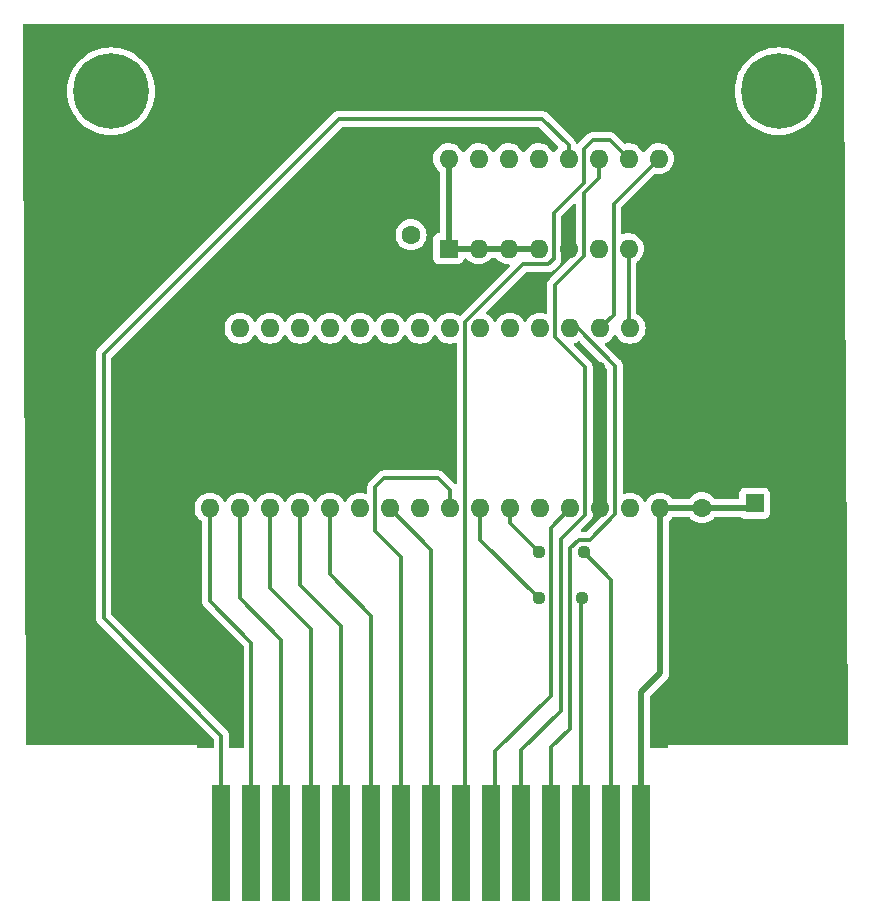
<source format=gbr>
%TF.GenerationSoftware,KiCad,Pcbnew,7.0.11-7.0.11~ubuntu22.04.1*%
%TF.CreationDate,2024-08-09T11:46:46-04:00*%
%TF.ProjectId,colecovision_standard_cart,636f6c65-636f-4766-9973-696f6e5f7374,rev?*%
%TF.SameCoordinates,Original*%
%TF.FileFunction,Copper,L1,Top*%
%TF.FilePolarity,Positive*%
%FSLAX46Y46*%
G04 Gerber Fmt 4.6, Leading zero omitted, Abs format (unit mm)*
G04 Created by KiCad (PCBNEW 7.0.11-7.0.11~ubuntu22.04.1) date 2024-08-09 11:46:46*
%MOMM*%
%LPD*%
G01*
G04 APERTURE LIST*
%TA.AperFunction,ComponentPad*%
%ADD10C,1.600000*%
%TD*%
%TA.AperFunction,ComponentPad*%
%ADD11C,6.400000*%
%TD*%
%TA.AperFunction,ComponentPad*%
%ADD12R,1.600000X1.600000*%
%TD*%
%TA.AperFunction,ComponentPad*%
%ADD13O,1.600000X1.600000*%
%TD*%
%TA.AperFunction,ConnectorPad*%
%ADD14R,1.524000X9.906000*%
%TD*%
%TA.AperFunction,ViaPad*%
%ADD15C,1.117600*%
%TD*%
%TA.AperFunction,Conductor*%
%ADD16C,0.508000*%
%TD*%
%TA.AperFunction,Conductor*%
%ADD17C,0.304800*%
%TD*%
G04 APERTURE END LIST*
D10*
%TO.P,C1,1*%
%TO.N,+5V*%
X160401000Y-96480000D03*
%TO.P,C1,2*%
%TO.N,GNDD*%
X160401000Y-91480000D03*
%TD*%
%TO.P,C2,1*%
%TO.N,+5V*%
X135763000Y-73366000D03*
%TO.P,C2,2*%
%TO.N,GNDD*%
X135763000Y-68366000D03*
%TD*%
D11*
%TO.P,H2,1*%
%TO.N,N/C*%
X166878000Y-61214000D03*
%TD*%
D12*
%TO.P,U1,1,I4*%
%TO.N,+5V*%
X138938000Y-74549000D03*
D13*
%TO.P,U1,2,I5*%
X141478000Y-74549000D03*
%TO.P,U1,3,I6*%
X144018000Y-74549000D03*
%TO.P,U1,4,I7*%
X146558000Y-74549000D03*
%TO.P,U1,5,EI*%
%TO.N,GNDD*%
X149098000Y-74549000D03*
%TO.P,U1,6,S2*%
%TO.N,unconnected-(U1-S2-Pad6)*%
X151638000Y-74549000D03*
%TO.P,U1,7,S1*%
%TO.N,Net-(U1-S1)*%
X154178000Y-74549000D03*
%TO.P,U1,8,GND*%
%TO.N,GNDD*%
X156718000Y-74549000D03*
%TO.P,U1,9,S0*%
%TO.N,Net-(U1-S0)*%
X156718000Y-66929000D03*
%TO.P,U1,10,IO*%
%TO.N,/~{CS_h8000}*%
X154178000Y-66929000D03*
%TO.P,U1,11,I1*%
%TO.N,/~{CS_hA000}*%
X151638000Y-66929000D03*
%TO.P,U1,12,I2*%
%TO.N,/~{CS_hC000}*%
X149098000Y-66929000D03*
%TO.P,U1,13,I3*%
%TO.N,/~{CS_hE000}*%
X146558000Y-66929000D03*
%TO.P,U1,14,GS*%
%TO.N,Net-(U1-GS)*%
X144018000Y-66929000D03*
%TO.P,U1,15,EO*%
%TO.N,unconnected-(U1-EO-Pad15)*%
X141478000Y-66929000D03*
%TO.P,U1,16,VCC*%
%TO.N,+5V*%
X138938000Y-66929000D03*
%TD*%
D12*
%TO.P,U2,1,NC*%
%TO.N,GNDD*%
X156845000Y-81280000D03*
D13*
%TO.P,U2,2,A16*%
%TO.N,Net-(U1-S1)*%
X154305000Y-81280000D03*
%TO.P,U2,3,A15*%
%TO.N,Net-(U1-S0)*%
X151765000Y-81280000D03*
%TO.P,U2,4,A12*%
%TO.N,/A12*%
X149225000Y-81280000D03*
%TO.P,U2,5,A7*%
%TO.N,/A7*%
X146685000Y-81280000D03*
%TO.P,U2,6,A6*%
%TO.N,/A6*%
X144145000Y-81280000D03*
%TO.P,U2,7,A5*%
%TO.N,/A5*%
X141605000Y-81280000D03*
%TO.P,U2,8,A4*%
%TO.N,/A4*%
X139065000Y-81280000D03*
%TO.P,U2,9,A3*%
%TO.N,/A3*%
X136525000Y-81280000D03*
%TO.P,U2,10,A2*%
%TO.N,/A2*%
X133985000Y-81280000D03*
%TO.P,U2,11,A1*%
%TO.N,/A1*%
X131445000Y-81280000D03*
%TO.P,U2,12,A0*%
%TO.N,/A0*%
X128905000Y-81280000D03*
%TO.P,U2,13,D0*%
%TO.N,/D0*%
X126365000Y-81280000D03*
%TO.P,U2,14,D1*%
%TO.N,/D1*%
X123825000Y-81280000D03*
%TO.P,U2,15,D2*%
%TO.N,/D2*%
X121285000Y-81280000D03*
%TO.P,U2,16,GND*%
%TO.N,GNDD*%
X118745000Y-81280000D03*
%TO.P,U2,17,D3*%
%TO.N,/D3*%
X118745000Y-96520000D03*
%TO.P,U2,18,D4*%
%TO.N,/D4*%
X121285000Y-96520000D03*
%TO.P,U2,19,D5*%
%TO.N,/D5*%
X123825000Y-96520000D03*
%TO.P,U2,20,D6*%
%TO.N,/D6*%
X126365000Y-96520000D03*
%TO.P,U2,21,D7*%
%TO.N,/D7*%
X128905000Y-96520000D03*
%TO.P,U2,22,CE*%
%TO.N,Net-(U1-GS)*%
X131445000Y-96520000D03*
%TO.P,U2,23,A10*%
%TO.N,/A10*%
X133985000Y-96520000D03*
%TO.P,U2,24,OE*%
%TO.N,Net-(U1-GS)*%
X136525000Y-96520000D03*
%TO.P,U2,25,A11*%
%TO.N,/A11*%
X139065000Y-96520000D03*
%TO.P,U2,26,A9*%
%TO.N,/A9*%
X141605000Y-96520000D03*
%TO.P,U2,27,A8*%
%TO.N,/A8*%
X144145000Y-96520000D03*
%TO.P,U2,28,A13*%
%TO.N,/A13*%
X146685000Y-96520000D03*
%TO.P,U2,29,A14*%
%TO.N,/A14*%
X149225000Y-96520000D03*
%TO.P,U2,30,NC*%
%TO.N,GNDD*%
X151765000Y-96520000D03*
%TO.P,U2,31,PGM*%
%TO.N,+5V*%
X154305000Y-96520000D03*
%TO.P,U2,32,VCC*%
X156845000Y-96520000D03*
%TD*%
D12*
%TO.P,C10,1*%
%TO.N,+5V*%
X164846000Y-96099000D03*
D10*
%TO.P,C10,2*%
%TO.N,GNDD*%
X164846000Y-93599000D03*
%TD*%
D14*
%TO.P,J1,2,Pin_2*%
%TO.N,/~{CS_hC000}*%
X119705000Y-124824000D03*
%TO.P,J1,4,Pin_4*%
%TO.N,/D3*%
X122245000Y-124824000D03*
%TO.P,J1,6,Pin_6*%
%TO.N,/D4*%
X124785000Y-124824000D03*
%TO.P,J1,8,Pin_8*%
%TO.N,/D5*%
X127325000Y-124824000D03*
%TO.P,J1,10,Pin_10*%
%TO.N,/D6*%
X129865000Y-124824000D03*
%TO.P,J1,12,Pin_12*%
%TO.N,/D7*%
X132405000Y-124824000D03*
%TO.P,J1,14,Pin_14*%
%TO.N,/A11*%
X134945000Y-124824000D03*
%TO.P,J1,16,Pin_16*%
%TO.N,/A10*%
X137485000Y-124824000D03*
%TO.P,J1,18,Pin_18*%
%TO.N,/~{CS_h8000}*%
X140025000Y-124824000D03*
%TO.P,J1,20,Pin_20*%
%TO.N,/A14*%
X142565000Y-124824000D03*
%TO.P,J1,22,Pin_22*%
%TO.N,/~{CS_hA000}*%
X145105000Y-124824000D03*
%TO.P,J1,24,Pin_24*%
%TO.N,/A12*%
X147645000Y-124824000D03*
%TO.P,J1,26,Pin_26*%
%TO.N,/A9*%
X150185000Y-124824000D03*
%TO.P,J1,28,Pin_28*%
%TO.N,/A8*%
X152725000Y-124824000D03*
%TO.P,J1,30,Pin_30*%
%TO.N,+5V*%
X155265000Y-124824000D03*
%TD*%
D11*
%TO.P,H1,1*%
%TO.N,N/C*%
X110363000Y-61214000D03*
%TD*%
D15*
%TO.N,GNDD*%
X151688800Y-84632800D03*
%TO.N,/A9*%
X150241000Y-104140000D03*
X146558000Y-104140000D03*
%TO.N,/A8*%
X146558000Y-100203000D03*
X150368000Y-100203000D03*
%TD*%
D16*
%TO.N,+5V*%
X160401000Y-96480000D02*
X164465000Y-96480000D01*
X156845000Y-110490000D02*
X156845000Y-96520000D01*
X156885000Y-96480000D02*
X156845000Y-96520000D01*
X155265000Y-124824000D02*
X155265000Y-112070000D01*
X155265000Y-112070000D02*
X156845000Y-110490000D01*
X138938000Y-74549000D02*
X146558000Y-74549000D01*
X138938000Y-74549000D02*
X138938000Y-66929000D01*
X164465000Y-96480000D02*
X164846000Y-96099000D01*
X160401000Y-96480000D02*
X156885000Y-96480000D01*
D17*
%TO.N,/~{CS_hC000}*%
X109728000Y-105791000D02*
X109728000Y-83464400D01*
X146862800Y-63550800D02*
X149098000Y-65786000D01*
X129641600Y-63550800D02*
X146862800Y-63550800D01*
X119705000Y-124824000D02*
X119705000Y-115768000D01*
X109728000Y-83464400D02*
X129641600Y-63550800D01*
X149098000Y-65786000D02*
X149098000Y-66929000D01*
X119705000Y-115768000D02*
X109728000Y-105791000D01*
%TO.N,/D3*%
X122245000Y-124824000D02*
X122245000Y-107894000D01*
X118745000Y-104394000D02*
X118745000Y-96520000D01*
X122245000Y-107894000D02*
X118745000Y-104394000D01*
%TO.N,/D4*%
X121285000Y-104140000D02*
X121285000Y-96520000D01*
X124785000Y-124824000D02*
X124785000Y-107640000D01*
X124785000Y-107640000D02*
X121285000Y-104140000D01*
%TO.N,/D5*%
X123825000Y-103251000D02*
X123825000Y-96520000D01*
X127325000Y-124824000D02*
X127325000Y-106751000D01*
X127325000Y-106751000D02*
X123825000Y-103251000D01*
%TO.N,/D6*%
X129865000Y-124824000D02*
X129865000Y-106497000D01*
X129865000Y-106497000D02*
X126365000Y-102997000D01*
X126365000Y-102997000D02*
X126365000Y-96520000D01*
%TO.N,/D7*%
X128905000Y-102108000D02*
X128905000Y-96520000D01*
X132405000Y-124824000D02*
X132405000Y-105608000D01*
X132405000Y-105608000D02*
X128905000Y-102108000D01*
%TO.N,/A11*%
X138049000Y-93980000D02*
X139065000Y-94996000D01*
X132727800Y-98422800D02*
X132727800Y-94729200D01*
X133477000Y-93980000D02*
X138049000Y-93980000D01*
X139065000Y-94996000D02*
X139065000Y-96520000D01*
X134945000Y-100640000D02*
X132727800Y-98422800D01*
X134945000Y-124824000D02*
X134945000Y-100640000D01*
X132727800Y-94729200D02*
X133477000Y-93980000D01*
%TO.N,/A10*%
X137485000Y-100020000D02*
X137485000Y-124824000D01*
X133985000Y-96520000D02*
X137485000Y-100020000D01*
%TO.N,/~{CS_h8000}*%
X150368000Y-66141600D02*
X151180800Y-65328800D01*
X140322200Y-80784850D02*
X145224650Y-75882400D01*
X140025000Y-124824000D02*
X140322200Y-124526800D01*
X151180800Y-65328800D02*
X152577800Y-65328800D01*
X147383600Y-75882400D02*
X147840800Y-75425200D01*
X147840800Y-71488200D02*
X150368000Y-68961000D01*
X150368000Y-68961000D02*
X150368000Y-66141600D01*
X145224650Y-75882400D02*
X147383600Y-75882400D01*
X140322200Y-124526800D02*
X140322200Y-80784850D01*
X152577800Y-65328800D02*
X154178000Y-66929000D01*
X147840800Y-75425200D02*
X147840800Y-71488200D01*
%TO.N,/A14*%
X142862200Y-124526800D02*
X142862200Y-117106800D01*
X142862200Y-117106800D02*
X147574000Y-112395000D01*
X147574000Y-112395000D02*
X147574000Y-98171000D01*
X142565000Y-124824000D02*
X142862200Y-124526800D01*
X147574000Y-98171000D02*
X149225000Y-96520000D01*
%TO.N,/~{CS_hA000}*%
X151638000Y-68553104D02*
X151638000Y-66929000D01*
X148437600Y-113690400D02*
X148437600Y-99110950D01*
X150482200Y-84569200D02*
X147955000Y-82042000D01*
X147955000Y-77597000D02*
X150380800Y-75171200D01*
X150482200Y-97066350D02*
X150482200Y-84569200D01*
X148437600Y-99110950D02*
X150482200Y-97066350D01*
X147955000Y-82042000D02*
X147955000Y-77597000D01*
X145105000Y-117023000D02*
X148437600Y-113690400D01*
X145105000Y-124824000D02*
X145105000Y-117023000D01*
X150380800Y-69810304D02*
X151638000Y-68553104D01*
X150380800Y-75171200D02*
X150380800Y-69810304D01*
%TO.N,/A12*%
X149225000Y-99909159D02*
X149947159Y-99187000D01*
X147645000Y-116769000D02*
X149225000Y-115189000D01*
X149860000Y-81280000D02*
X149225000Y-81280000D01*
X149225000Y-115189000D02*
X149225000Y-99909159D01*
X153047800Y-97040750D02*
X153047800Y-84467800D01*
X153047800Y-84467800D02*
X149860000Y-81280000D01*
X150901550Y-99187000D02*
X153047800Y-97040750D01*
X147645000Y-124824000D02*
X147645000Y-116769000D01*
X149947159Y-99187000D02*
X150901550Y-99187000D01*
%TO.N,/A9*%
X150185000Y-124824000D02*
X150185000Y-104196000D01*
X141605000Y-99187000D02*
X141605000Y-96520000D01*
X150185000Y-104196000D02*
X150241000Y-104140000D01*
X146558000Y-104140000D02*
X141605000Y-99187000D01*
%TO.N,/A8*%
X152725000Y-124824000D02*
X152725000Y-102560000D01*
X152725000Y-102560000D02*
X150368000Y-100203000D01*
X146558000Y-100203000D02*
X144145000Y-97790000D01*
X144145000Y-97790000D02*
X144145000Y-96520000D01*
%TO.N,Net-(U1-S1)*%
X154178000Y-81153000D02*
X154305000Y-81280000D01*
X154178000Y-74549000D02*
X154178000Y-81153000D01*
%TO.N,Net-(U1-S0)*%
X152920800Y-70726200D02*
X152920800Y-80124200D01*
X156718000Y-66929000D02*
X152920800Y-70726200D01*
X152920800Y-80124200D02*
X151765000Y-81280000D01*
%TD*%
%TA.AperFunction,Conductor*%
%TO.N,GNDD*%
G36*
X172392976Y-55519002D02*
G01*
X172439469Y-55572658D01*
X172450853Y-55624443D01*
X172537814Y-75320900D01*
X172719441Y-116459444D01*
X172699740Y-116527652D01*
X172646290Y-116574381D01*
X172593442Y-116586000D01*
X157480000Y-116586000D01*
X157480000Y-116714000D01*
X157459998Y-116782121D01*
X157406342Y-116828614D01*
X157354000Y-116840000D01*
X156153500Y-116840000D01*
X156085379Y-116819998D01*
X156038886Y-116766342D01*
X156027500Y-116714000D01*
X156027500Y-112438027D01*
X156047502Y-112369906D01*
X156064405Y-112348932D01*
X156677283Y-111736054D01*
X157338401Y-111074935D01*
X157352240Y-111062975D01*
X157371822Y-111048398D01*
X157404177Y-111009836D01*
X157411596Y-111001740D01*
X157415573Y-110997765D01*
X157435149Y-110973004D01*
X157437395Y-110970249D01*
X157486396Y-110911853D01*
X157486396Y-110911851D01*
X157486399Y-110911849D01*
X157490430Y-110905720D01*
X157490483Y-110905755D01*
X157494595Y-110899300D01*
X157494541Y-110899267D01*
X157498387Y-110893029D01*
X157498395Y-110893020D01*
X157530630Y-110823889D01*
X157532166Y-110820715D01*
X157566394Y-110752566D01*
X157566395Y-110752560D01*
X157566397Y-110752557D01*
X157568908Y-110745661D01*
X157568966Y-110745682D01*
X157571475Y-110738462D01*
X157571416Y-110738443D01*
X157573723Y-110731479D01*
X157573723Y-110731477D01*
X157573725Y-110731474D01*
X157589148Y-110656772D01*
X157589920Y-110653296D01*
X157607500Y-110579123D01*
X157607500Y-110579115D01*
X157608352Y-110571834D01*
X157608412Y-110571841D01*
X157609190Y-110564226D01*
X157609129Y-110564221D01*
X157609767Y-110556917D01*
X157609769Y-110556909D01*
X157607553Y-110480745D01*
X157607500Y-110477081D01*
X157607500Y-97649066D01*
X157627502Y-97580945D01*
X157661231Y-97545852D01*
X157689300Y-97526198D01*
X157851198Y-97364300D01*
X157898862Y-97296228D01*
X157954319Y-97251901D01*
X158002075Y-97242500D01*
X159271933Y-97242500D01*
X159340054Y-97262502D01*
X159375146Y-97296229D01*
X159394802Y-97324300D01*
X159556700Y-97486198D01*
X159744251Y-97617523D01*
X159951757Y-97714284D01*
X160172913Y-97773543D01*
X160401000Y-97793498D01*
X160629087Y-97773543D01*
X160850243Y-97714284D01*
X161057749Y-97617523D01*
X161245300Y-97486198D01*
X161407198Y-97324300D01*
X161426854Y-97296229D01*
X161482312Y-97251900D01*
X161530067Y-97242500D01*
X163614404Y-97242500D01*
X163682525Y-97262502D01*
X163689913Y-97267632D01*
X163799792Y-97349887D01*
X163799794Y-97349888D01*
X163799796Y-97349889D01*
X163858875Y-97371924D01*
X163936795Y-97400988D01*
X163936803Y-97400990D01*
X163997350Y-97407499D01*
X163997355Y-97407499D01*
X163997362Y-97407500D01*
X163997368Y-97407500D01*
X165694632Y-97407500D01*
X165694638Y-97407500D01*
X165694645Y-97407499D01*
X165694649Y-97407499D01*
X165755196Y-97400990D01*
X165755199Y-97400989D01*
X165755201Y-97400989D01*
X165892204Y-97349889D01*
X165926394Y-97324295D01*
X166009261Y-97262261D01*
X166096887Y-97145207D01*
X166096887Y-97145206D01*
X166096889Y-97145204D01*
X166147989Y-97008201D01*
X166152178Y-96969243D01*
X166154499Y-96947649D01*
X166154500Y-96947632D01*
X166154500Y-95250367D01*
X166154499Y-95250350D01*
X166147990Y-95189803D01*
X166147988Y-95189795D01*
X166118924Y-95111875D01*
X166096889Y-95052796D01*
X166096888Y-95052794D01*
X166096887Y-95052792D01*
X166009261Y-94935738D01*
X165892207Y-94848112D01*
X165892202Y-94848110D01*
X165755204Y-94797011D01*
X165755196Y-94797009D01*
X165694649Y-94790500D01*
X165694638Y-94790500D01*
X163997362Y-94790500D01*
X163997350Y-94790500D01*
X163936803Y-94797009D01*
X163936795Y-94797011D01*
X163799797Y-94848110D01*
X163799792Y-94848112D01*
X163682738Y-94935738D01*
X163595112Y-95052792D01*
X163595110Y-95052797D01*
X163544011Y-95189795D01*
X163544009Y-95189803D01*
X163537500Y-95250350D01*
X163537500Y-95591500D01*
X163517498Y-95659621D01*
X163463842Y-95706114D01*
X163411500Y-95717500D01*
X161530067Y-95717500D01*
X161461946Y-95697498D01*
X161426854Y-95663771D01*
X161419622Y-95653444D01*
X161407198Y-95635700D01*
X161245300Y-95473802D01*
X161174018Y-95423890D01*
X161057749Y-95342477D01*
X160850246Y-95245717D01*
X160850240Y-95245715D01*
X160703895Y-95206502D01*
X160629087Y-95186457D01*
X160401000Y-95166502D01*
X160172913Y-95186457D01*
X159951759Y-95245715D01*
X159951753Y-95245717D01*
X159744250Y-95342477D01*
X159556703Y-95473799D01*
X159556697Y-95473804D01*
X159394804Y-95635697D01*
X159394799Y-95635704D01*
X159375146Y-95663771D01*
X159319688Y-95708100D01*
X159271933Y-95717500D01*
X157945027Y-95717500D01*
X157876906Y-95697498D01*
X157855781Y-95678896D01*
X157855088Y-95679590D01*
X157811195Y-95635697D01*
X157689300Y-95513802D01*
X157501749Y-95382477D01*
X157294246Y-95285717D01*
X157294240Y-95285715D01*
X157200771Y-95260670D01*
X157073087Y-95226457D01*
X156845000Y-95206502D01*
X156616913Y-95226457D01*
X156395759Y-95285715D01*
X156395753Y-95285717D01*
X156188250Y-95382477D01*
X156000703Y-95513799D01*
X156000697Y-95513804D01*
X155838804Y-95675697D01*
X155838799Y-95675703D01*
X155707477Y-95863250D01*
X155689195Y-95902457D01*
X155642278Y-95955742D01*
X155574001Y-95975203D01*
X155506041Y-95954661D01*
X155460805Y-95902457D01*
X155458894Y-95898359D01*
X155442523Y-95863251D01*
X155311198Y-95675700D01*
X155149300Y-95513802D01*
X154961749Y-95382477D01*
X154754246Y-95285717D01*
X154754240Y-95285715D01*
X154660771Y-95260670D01*
X154533087Y-95226457D01*
X154305000Y-95206502D01*
X154076913Y-95226457D01*
X153867311Y-95282620D01*
X153796335Y-95280930D01*
X153737539Y-95241136D01*
X153709591Y-95175871D01*
X153708700Y-95160913D01*
X153708700Y-84491581D01*
X153708930Y-84483973D01*
X153709793Y-84469703D01*
X153712340Y-84427603D01*
X153702151Y-84372011D01*
X153701016Y-84364552D01*
X153694208Y-84308475D01*
X153691106Y-84300298D01*
X153684985Y-84278338D01*
X153683409Y-84269736D01*
X153660229Y-84218234D01*
X153657328Y-84211231D01*
X153637296Y-84158409D01*
X153632329Y-84151213D01*
X153621124Y-84131346D01*
X153617539Y-84123380D01*
X153617536Y-84123376D01*
X153582718Y-84078935D01*
X153578221Y-84072824D01*
X153546124Y-84026323D01*
X153503837Y-83988860D01*
X153498296Y-83983643D01*
X152215108Y-82700455D01*
X152181082Y-82638143D01*
X152186147Y-82567328D01*
X152228694Y-82510492D01*
X152250950Y-82497167D01*
X152421749Y-82417523D01*
X152609300Y-82286198D01*
X152771198Y-82124300D01*
X152902523Y-81936749D01*
X152920805Y-81897543D01*
X152967721Y-81844258D01*
X153035998Y-81824796D01*
X153103958Y-81845337D01*
X153149195Y-81897543D01*
X153167477Y-81936749D01*
X153298802Y-82124300D01*
X153460700Y-82286198D01*
X153648251Y-82417523D01*
X153855757Y-82514284D01*
X154076913Y-82573543D01*
X154305000Y-82593498D01*
X154533087Y-82573543D01*
X154754243Y-82514284D01*
X154961749Y-82417523D01*
X155149300Y-82286198D01*
X155311198Y-82124300D01*
X155442523Y-81936749D01*
X155539284Y-81729243D01*
X155598543Y-81508087D01*
X155618498Y-81280000D01*
X155598543Y-81051913D01*
X155539284Y-80830757D01*
X155442523Y-80623251D01*
X155311198Y-80435700D01*
X155149300Y-80273802D01*
X155149296Y-80273799D01*
X155149291Y-80273795D01*
X154961749Y-80142477D01*
X154961741Y-80142473D01*
X154911649Y-80119114D01*
X154858365Y-80072197D01*
X154838900Y-80004920D01*
X154838900Y-75749207D01*
X154858902Y-75681086D01*
X154892630Y-75645994D01*
X154938349Y-75613981D01*
X155022300Y-75555198D01*
X155184198Y-75393300D01*
X155315523Y-75205749D01*
X155412284Y-74998243D01*
X155471543Y-74777087D01*
X155491498Y-74549000D01*
X155471543Y-74320913D01*
X155412284Y-74099757D01*
X155315523Y-73892251D01*
X155184198Y-73704700D01*
X155022300Y-73542802D01*
X154834749Y-73411477D01*
X154627246Y-73314717D01*
X154627240Y-73314715D01*
X154460869Y-73270136D01*
X154406087Y-73255457D01*
X154178000Y-73235502D01*
X153949913Y-73255457D01*
X153740311Y-73311620D01*
X153669335Y-73309930D01*
X153610539Y-73270136D01*
X153582591Y-73204871D01*
X153581700Y-73189913D01*
X153581700Y-71052143D01*
X153601702Y-70984022D01*
X153618605Y-70963048D01*
X154534502Y-70047151D01*
X156335314Y-68246338D01*
X156397624Y-68212314D01*
X156457014Y-68213727D01*
X156489913Y-68222543D01*
X156718000Y-68242498D01*
X156946087Y-68222543D01*
X157167243Y-68163284D01*
X157374749Y-68066523D01*
X157562300Y-67935198D01*
X157724198Y-67773300D01*
X157855523Y-67585749D01*
X157952284Y-67378243D01*
X158011543Y-67157087D01*
X158031498Y-66929000D01*
X158011543Y-66700913D01*
X157952284Y-66479757D01*
X157855523Y-66272251D01*
X157724198Y-66084700D01*
X157562300Y-65922802D01*
X157490881Y-65872794D01*
X157374749Y-65791477D01*
X157167246Y-65694717D01*
X157167240Y-65694715D01*
X156972666Y-65642579D01*
X156946087Y-65635457D01*
X156718000Y-65615502D01*
X156489913Y-65635457D01*
X156268759Y-65694715D01*
X156268753Y-65694717D01*
X156061250Y-65791477D01*
X155873703Y-65922799D01*
X155873697Y-65922804D01*
X155711804Y-66084697D01*
X155711799Y-66084703D01*
X155580477Y-66272250D01*
X155562195Y-66311457D01*
X155515278Y-66364742D01*
X155447001Y-66384203D01*
X155379041Y-66363661D01*
X155333805Y-66311457D01*
X155331894Y-66307359D01*
X155315523Y-66272251D01*
X155184198Y-66084700D01*
X155022300Y-65922802D01*
X154950881Y-65872794D01*
X154834749Y-65791477D01*
X154627246Y-65694717D01*
X154627240Y-65694715D01*
X154432666Y-65642579D01*
X154406087Y-65635457D01*
X154178000Y-65615502D01*
X153949913Y-65635457D01*
X153949910Y-65635457D01*
X153949907Y-65635458D01*
X153949904Y-65635458D01*
X153917017Y-65644270D01*
X153846040Y-65642579D01*
X153795313Y-65611659D01*
X153061948Y-64878295D01*
X153056730Y-64872752D01*
X153033418Y-64846438D01*
X153019277Y-64830476D01*
X152972773Y-64798376D01*
X152966657Y-64793875D01*
X152922220Y-64759061D01*
X152914246Y-64755472D01*
X152894387Y-64744271D01*
X152887191Y-64739304D01*
X152887189Y-64739303D01*
X152834390Y-64719278D01*
X152827362Y-64716367D01*
X152775869Y-64693193D01*
X152775861Y-64693190D01*
X152770396Y-64692189D01*
X152767260Y-64691614D01*
X152745295Y-64685490D01*
X152737124Y-64682391D01*
X152681074Y-64675585D01*
X152673552Y-64674440D01*
X152617999Y-64664260D01*
X152617997Y-64664260D01*
X152565316Y-64667446D01*
X152561626Y-64667670D01*
X152554018Y-64667900D01*
X151204582Y-64667900D01*
X151196974Y-64667670D01*
X151194458Y-64667517D01*
X151140603Y-64664260D01*
X151140602Y-64664260D01*
X151140600Y-64664260D01*
X151140599Y-64664260D01*
X151085045Y-64674440D01*
X151077524Y-64675585D01*
X151021476Y-64682391D01*
X151013293Y-64685494D01*
X150991343Y-64691613D01*
X150982733Y-64693191D01*
X150931246Y-64716363D01*
X150924220Y-64719273D01*
X150871412Y-64739302D01*
X150871400Y-64739308D01*
X150864201Y-64744277D01*
X150844361Y-64755467D01*
X150836388Y-64759056D01*
X150836373Y-64759065D01*
X150791923Y-64793887D01*
X150785800Y-64798393D01*
X150739322Y-64830476D01*
X150701884Y-64872735D01*
X150696668Y-64878276D01*
X149941194Y-65633751D01*
X149878881Y-65667776D01*
X149808066Y-65662712D01*
X149751230Y-65620165D01*
X149738025Y-65594308D01*
X149736738Y-65594888D01*
X149710435Y-65536447D01*
X149707528Y-65529431D01*
X149687496Y-65476609D01*
X149682529Y-65469413D01*
X149671324Y-65449546D01*
X149667739Y-65441580D01*
X149667736Y-65441576D01*
X149632918Y-65397135D01*
X149628421Y-65391024D01*
X149596324Y-65344523D01*
X149554037Y-65307060D01*
X149548496Y-65301843D01*
X147346956Y-63100303D01*
X147341738Y-63094761D01*
X147320506Y-63070795D01*
X147304277Y-63052476D01*
X147257773Y-63020376D01*
X147251657Y-63015875D01*
X147207220Y-62981061D01*
X147199246Y-62977472D01*
X147179387Y-62966271D01*
X147172192Y-62961305D01*
X147172191Y-62961304D01*
X147172189Y-62961303D01*
X147119390Y-62941278D01*
X147112362Y-62938367D01*
X147060869Y-62915193D01*
X147060861Y-62915190D01*
X147055396Y-62914189D01*
X147052260Y-62913614D01*
X147030295Y-62907490D01*
X147022124Y-62904391D01*
X146966074Y-62897585D01*
X146958552Y-62896440D01*
X146902999Y-62886260D01*
X146902997Y-62886260D01*
X146850316Y-62889446D01*
X146846626Y-62889670D01*
X146839018Y-62889900D01*
X129665382Y-62889900D01*
X129657774Y-62889670D01*
X129655258Y-62889517D01*
X129601403Y-62886260D01*
X129601402Y-62886260D01*
X129601400Y-62886260D01*
X129601399Y-62886260D01*
X129545845Y-62896440D01*
X129538324Y-62897585D01*
X129482276Y-62904391D01*
X129474093Y-62907494D01*
X129452143Y-62913613D01*
X129443533Y-62915191D01*
X129392046Y-62938363D01*
X129385020Y-62941273D01*
X129332212Y-62961302D01*
X129332207Y-62961305D01*
X129325006Y-62966275D01*
X129305156Y-62977470D01*
X129297184Y-62981058D01*
X129297180Y-62981060D01*
X129297180Y-62981061D01*
X129252743Y-63015875D01*
X129252735Y-63015881D01*
X129246608Y-63020389D01*
X129200121Y-63052477D01*
X129162660Y-63094761D01*
X129157444Y-63100301D01*
X109277501Y-82980244D01*
X109271961Y-82985460D01*
X109229677Y-83022921D01*
X109197589Y-83069408D01*
X109193081Y-83075535D01*
X109158258Y-83119984D01*
X109154670Y-83127956D01*
X109143475Y-83147806D01*
X109138505Y-83155007D01*
X109138502Y-83155012D01*
X109118473Y-83207820D01*
X109115563Y-83214846D01*
X109092391Y-83266333D01*
X109090813Y-83274943D01*
X109084694Y-83296893D01*
X109081591Y-83305076D01*
X109074785Y-83361124D01*
X109073640Y-83368645D01*
X109063460Y-83424199D01*
X109063460Y-83424200D01*
X109066870Y-83480573D01*
X109067100Y-83488181D01*
X109067100Y-105767217D01*
X109066870Y-105774825D01*
X109063460Y-105831197D01*
X109073640Y-105886752D01*
X109074785Y-105894274D01*
X109081591Y-105950324D01*
X109084690Y-105958495D01*
X109090815Y-105980463D01*
X109092390Y-105989061D01*
X109092393Y-105989069D01*
X109115567Y-106040562D01*
X109118478Y-106047590D01*
X109138503Y-106100389D01*
X109138503Y-106100390D01*
X109143471Y-106107587D01*
X109154672Y-106127446D01*
X109158261Y-106135420D01*
X109193075Y-106179857D01*
X109197576Y-106185973D01*
X109229676Y-106232477D01*
X109271526Y-106269553D01*
X109271961Y-106269938D01*
X109277503Y-106275156D01*
X119007195Y-116004848D01*
X119041221Y-116067160D01*
X119044100Y-116093943D01*
X119044100Y-116714000D01*
X119024098Y-116782121D01*
X118970442Y-116828614D01*
X118918100Y-116840000D01*
X117728000Y-116840000D01*
X117659879Y-116819998D01*
X117613386Y-116766342D01*
X117602000Y-116714000D01*
X117602000Y-116586000D01*
X103249445Y-116586000D01*
X103181324Y-116565998D01*
X103134831Y-116512342D01*
X103123446Y-116460556D01*
X103123322Y-116432556D01*
X102879532Y-61214006D01*
X106649411Y-61214006D01*
X106669752Y-61602167D01*
X106730561Y-61986097D01*
X106831168Y-62361568D01*
X106970463Y-62724443D01*
X106970467Y-62724451D01*
X107146938Y-63070795D01*
X107358637Y-63396785D01*
X107358649Y-63396802D01*
X107603253Y-63698862D01*
X107603267Y-63698877D01*
X107878122Y-63973732D01*
X107878137Y-63973746D01*
X108180197Y-64218350D01*
X108180214Y-64218362D01*
X108364185Y-64337833D01*
X108506205Y-64430062D01*
X108852547Y-64606532D01*
X108852551Y-64606533D01*
X108852556Y-64606536D01*
X109215431Y-64745831D01*
X109215436Y-64745832D01*
X109215438Y-64745833D01*
X109590901Y-64846438D01*
X109974824Y-64907246D01*
X109974826Y-64907246D01*
X109974832Y-64907247D01*
X110362994Y-64927589D01*
X110363000Y-64927589D01*
X110363006Y-64927589D01*
X110751167Y-64907247D01*
X110751171Y-64907246D01*
X110751176Y-64907246D01*
X111135099Y-64846438D01*
X111510562Y-64745833D01*
X111510565Y-64745831D01*
X111510568Y-64745831D01*
X111873443Y-64606536D01*
X111873444Y-64606535D01*
X111873453Y-64606532D01*
X112219795Y-64430062D01*
X112545793Y-64218357D01*
X112545802Y-64218350D01*
X112847862Y-63973746D01*
X112847867Y-63973740D01*
X112847876Y-63973734D01*
X113122734Y-63698876D01*
X113122740Y-63698867D01*
X113122746Y-63698862D01*
X113367350Y-63396802D01*
X113367351Y-63396799D01*
X113367357Y-63396793D01*
X113579062Y-63070795D01*
X113755532Y-62724453D01*
X113894833Y-62361562D01*
X113995438Y-61986099D01*
X114056246Y-61602176D01*
X114056246Y-61602171D01*
X114056247Y-61602167D01*
X114076589Y-61214006D01*
X163164411Y-61214006D01*
X163184752Y-61602167D01*
X163245561Y-61986097D01*
X163346168Y-62361568D01*
X163485463Y-62724443D01*
X163485467Y-62724451D01*
X163661938Y-63070795D01*
X163873637Y-63396785D01*
X163873649Y-63396802D01*
X164118253Y-63698862D01*
X164118267Y-63698877D01*
X164393122Y-63973732D01*
X164393137Y-63973746D01*
X164695197Y-64218350D01*
X164695214Y-64218362D01*
X164879185Y-64337833D01*
X165021205Y-64430062D01*
X165367547Y-64606532D01*
X165367551Y-64606533D01*
X165367556Y-64606536D01*
X165730431Y-64745831D01*
X165730436Y-64745832D01*
X165730438Y-64745833D01*
X166105901Y-64846438D01*
X166489824Y-64907246D01*
X166489826Y-64907246D01*
X166489832Y-64907247D01*
X166877994Y-64927589D01*
X166878000Y-64927589D01*
X166878006Y-64927589D01*
X167266167Y-64907247D01*
X167266171Y-64907246D01*
X167266176Y-64907246D01*
X167650099Y-64846438D01*
X168025562Y-64745833D01*
X168025565Y-64745831D01*
X168025568Y-64745831D01*
X168388443Y-64606536D01*
X168388444Y-64606535D01*
X168388453Y-64606532D01*
X168734795Y-64430062D01*
X169060793Y-64218357D01*
X169060802Y-64218350D01*
X169362862Y-63973746D01*
X169362867Y-63973740D01*
X169362876Y-63973734D01*
X169637734Y-63698876D01*
X169637740Y-63698867D01*
X169637746Y-63698862D01*
X169882350Y-63396802D01*
X169882351Y-63396799D01*
X169882357Y-63396793D01*
X170094062Y-63070795D01*
X170270532Y-62724453D01*
X170409833Y-62361562D01*
X170510438Y-61986099D01*
X170571246Y-61602176D01*
X170571246Y-61602171D01*
X170571247Y-61602167D01*
X170591589Y-61214006D01*
X170591589Y-61213993D01*
X170571247Y-60825832D01*
X170510438Y-60441902D01*
X170409831Y-60066431D01*
X170270536Y-59703556D01*
X170270532Y-59703548D01*
X170270532Y-59703547D01*
X170094062Y-59357206D01*
X169882357Y-59031207D01*
X169882354Y-59031203D01*
X169882352Y-59031200D01*
X169637746Y-58729137D01*
X169637732Y-58729122D01*
X169362877Y-58454267D01*
X169362862Y-58454253D01*
X169060802Y-58209649D01*
X169060785Y-58209637D01*
X168734795Y-57997938D01*
X168388451Y-57821467D01*
X168388443Y-57821463D01*
X168025568Y-57682168D01*
X167650097Y-57581561D01*
X167266167Y-57520752D01*
X166878006Y-57500411D01*
X166877994Y-57500411D01*
X166489832Y-57520752D01*
X166105902Y-57581561D01*
X165730431Y-57682168D01*
X165367556Y-57821463D01*
X165367548Y-57821467D01*
X165021205Y-57997938D01*
X164695203Y-58209645D01*
X164695200Y-58209647D01*
X164393137Y-58454253D01*
X164393122Y-58454267D01*
X164118267Y-58729122D01*
X164118253Y-58729137D01*
X163873647Y-59031200D01*
X163873645Y-59031203D01*
X163661938Y-59357205D01*
X163485467Y-59703548D01*
X163485463Y-59703556D01*
X163346168Y-60066431D01*
X163245561Y-60441902D01*
X163184752Y-60825832D01*
X163164411Y-61213993D01*
X163164411Y-61214006D01*
X114076589Y-61214006D01*
X114076589Y-61213993D01*
X114056247Y-60825832D01*
X113995438Y-60441902D01*
X113894831Y-60066431D01*
X113755536Y-59703556D01*
X113755532Y-59703548D01*
X113755532Y-59703547D01*
X113579062Y-59357206D01*
X113367357Y-59031207D01*
X113367354Y-59031203D01*
X113367352Y-59031200D01*
X113122746Y-58729137D01*
X113122732Y-58729122D01*
X112847877Y-58454267D01*
X112847862Y-58454253D01*
X112545802Y-58209649D01*
X112545785Y-58209637D01*
X112219795Y-57997938D01*
X111873451Y-57821467D01*
X111873443Y-57821463D01*
X111510568Y-57682168D01*
X111135097Y-57581561D01*
X110751167Y-57520752D01*
X110363006Y-57500411D01*
X110362994Y-57500411D01*
X109974832Y-57520752D01*
X109590902Y-57581561D01*
X109215431Y-57682168D01*
X108852556Y-57821463D01*
X108852548Y-57821467D01*
X108506205Y-57997938D01*
X108180203Y-58209645D01*
X108180200Y-58209647D01*
X107878137Y-58454253D01*
X107878122Y-58454267D01*
X107603267Y-58729122D01*
X107603253Y-58729137D01*
X107358647Y-59031200D01*
X107358645Y-59031203D01*
X107146938Y-59357205D01*
X106970467Y-59703548D01*
X106970463Y-59703556D01*
X106831168Y-60066431D01*
X106730561Y-60441902D01*
X106669752Y-60825832D01*
X106649411Y-61213993D01*
X106649411Y-61214006D01*
X102879532Y-61214006D01*
X102870501Y-59168522D01*
X102870500Y-59167966D01*
X102870500Y-55625000D01*
X102890502Y-55556879D01*
X102944158Y-55510386D01*
X102996500Y-55499000D01*
X172324855Y-55499000D01*
X172392976Y-55519002D01*
G37*
%TD.AperFunction*%
%TA.AperFunction,Conductor*%
G36*
X146604978Y-64231702D02*
G01*
X146625952Y-64248605D01*
X148187829Y-65810482D01*
X148221855Y-65872794D01*
X148216790Y-65943609D01*
X148187830Y-65988672D01*
X148091799Y-66084703D01*
X147960477Y-66272250D01*
X147942195Y-66311457D01*
X147895278Y-66364742D01*
X147827001Y-66384203D01*
X147759041Y-66363661D01*
X147713805Y-66311457D01*
X147711894Y-66307359D01*
X147695523Y-66272251D01*
X147564198Y-66084700D01*
X147402300Y-65922802D01*
X147330881Y-65872794D01*
X147214749Y-65791477D01*
X147007246Y-65694717D01*
X147007240Y-65694715D01*
X146812666Y-65642579D01*
X146786087Y-65635457D01*
X146558000Y-65615502D01*
X146329913Y-65635457D01*
X146108759Y-65694715D01*
X146108753Y-65694717D01*
X145901250Y-65791477D01*
X145713703Y-65922799D01*
X145713697Y-65922804D01*
X145551804Y-66084697D01*
X145551799Y-66084703D01*
X145420477Y-66272250D01*
X145402195Y-66311457D01*
X145355278Y-66364742D01*
X145287001Y-66384203D01*
X145219041Y-66363661D01*
X145173805Y-66311457D01*
X145171894Y-66307359D01*
X145155523Y-66272251D01*
X145024198Y-66084700D01*
X144862300Y-65922802D01*
X144790881Y-65872794D01*
X144674749Y-65791477D01*
X144467246Y-65694717D01*
X144467240Y-65694715D01*
X144272666Y-65642579D01*
X144246087Y-65635457D01*
X144018000Y-65615502D01*
X143789913Y-65635457D01*
X143568759Y-65694715D01*
X143568753Y-65694717D01*
X143361250Y-65791477D01*
X143173703Y-65922799D01*
X143173697Y-65922804D01*
X143011804Y-66084697D01*
X143011799Y-66084703D01*
X142880477Y-66272250D01*
X142862195Y-66311457D01*
X142815278Y-66364742D01*
X142747001Y-66384203D01*
X142679041Y-66363661D01*
X142633805Y-66311457D01*
X142631894Y-66307359D01*
X142615523Y-66272251D01*
X142484198Y-66084700D01*
X142322300Y-65922802D01*
X142250881Y-65872794D01*
X142134749Y-65791477D01*
X141927246Y-65694717D01*
X141927240Y-65694715D01*
X141732666Y-65642579D01*
X141706087Y-65635457D01*
X141478000Y-65615502D01*
X141249913Y-65635457D01*
X141028759Y-65694715D01*
X141028753Y-65694717D01*
X140821250Y-65791477D01*
X140633703Y-65922799D01*
X140633697Y-65922804D01*
X140471804Y-66084697D01*
X140471799Y-66084703D01*
X140340477Y-66272250D01*
X140322195Y-66311457D01*
X140275278Y-66364742D01*
X140207001Y-66384203D01*
X140139041Y-66363661D01*
X140093805Y-66311457D01*
X140091894Y-66307359D01*
X140075523Y-66272251D01*
X139944198Y-66084700D01*
X139782300Y-65922802D01*
X139710881Y-65872794D01*
X139594749Y-65791477D01*
X139387246Y-65694717D01*
X139387240Y-65694715D01*
X139192666Y-65642579D01*
X139166087Y-65635457D01*
X138938000Y-65615502D01*
X138709913Y-65635457D01*
X138488759Y-65694715D01*
X138488753Y-65694717D01*
X138281250Y-65791477D01*
X138093703Y-65922799D01*
X138093697Y-65922804D01*
X137931804Y-66084697D01*
X137931799Y-66084703D01*
X137800477Y-66272250D01*
X137703717Y-66479753D01*
X137703715Y-66479759D01*
X137644457Y-66700913D01*
X137624502Y-66929000D01*
X137644457Y-67157086D01*
X137703715Y-67378240D01*
X137703717Y-67378246D01*
X137800477Y-67585749D01*
X137931799Y-67773296D01*
X137931804Y-67773302D01*
X138093697Y-67935195D01*
X138093705Y-67935202D01*
X138121769Y-67954852D01*
X138166099Y-68010308D01*
X138175500Y-68058066D01*
X138175500Y-73118059D01*
X138155498Y-73186180D01*
X138101842Y-73232673D01*
X138062968Y-73243337D01*
X138028803Y-73247009D01*
X138028795Y-73247011D01*
X137891797Y-73298110D01*
X137891792Y-73298112D01*
X137774738Y-73385738D01*
X137687112Y-73502792D01*
X137687110Y-73502797D01*
X137636011Y-73639795D01*
X137636009Y-73639803D01*
X137629500Y-73700350D01*
X137629500Y-75397649D01*
X137636009Y-75458196D01*
X137636011Y-75458204D01*
X137687110Y-75595202D01*
X137687112Y-75595207D01*
X137774738Y-75712261D01*
X137891792Y-75799887D01*
X137891794Y-75799888D01*
X137891796Y-75799889D01*
X137946254Y-75820201D01*
X138028795Y-75850988D01*
X138028803Y-75850990D01*
X138089350Y-75857499D01*
X138089355Y-75857499D01*
X138089362Y-75857500D01*
X138089368Y-75857500D01*
X139786632Y-75857500D01*
X139786638Y-75857500D01*
X139786645Y-75857499D01*
X139786649Y-75857499D01*
X139847196Y-75850990D01*
X139847199Y-75850989D01*
X139847201Y-75850989D01*
X139984204Y-75799889D01*
X140006389Y-75783282D01*
X140101261Y-75712261D01*
X140188887Y-75595207D01*
X140188887Y-75595206D01*
X140188889Y-75595204D01*
X140239989Y-75458201D01*
X140240998Y-75448808D01*
X140268163Y-75383215D01*
X140326478Y-75342721D01*
X140397429Y-75340182D01*
X140458490Y-75376405D01*
X140469487Y-75389995D01*
X140471796Y-75393292D01*
X140471802Y-75393300D01*
X140633700Y-75555198D01*
X140821251Y-75686523D01*
X141028757Y-75783284D01*
X141249913Y-75842543D01*
X141478000Y-75862498D01*
X141706087Y-75842543D01*
X141927243Y-75783284D01*
X142134749Y-75686523D01*
X142322300Y-75555198D01*
X142484198Y-75393300D01*
X142503854Y-75365229D01*
X142559312Y-75320900D01*
X142607067Y-75311500D01*
X142888933Y-75311500D01*
X142957054Y-75331502D01*
X142992146Y-75365229D01*
X143011802Y-75393300D01*
X143173700Y-75555198D01*
X143361251Y-75686523D01*
X143568757Y-75783284D01*
X143789913Y-75842543D01*
X144017238Y-75862431D01*
X144083354Y-75888293D01*
X144124993Y-75945797D01*
X144128934Y-76016684D01*
X144095349Y-76077046D01*
X139977763Y-80194632D01*
X139915451Y-80228658D01*
X139844636Y-80223593D01*
X139816398Y-80208751D01*
X139785088Y-80186828D01*
X139721749Y-80142477D01*
X139721746Y-80142476D01*
X139721744Y-80142474D01*
X139514246Y-80045717D01*
X139514240Y-80045715D01*
X139420771Y-80020670D01*
X139293087Y-79986457D01*
X139065000Y-79966502D01*
X138836913Y-79986457D01*
X138615759Y-80045715D01*
X138615753Y-80045717D01*
X138408250Y-80142477D01*
X138220703Y-80273799D01*
X138220697Y-80273804D01*
X138058804Y-80435697D01*
X138058799Y-80435703D01*
X137927477Y-80623250D01*
X137909195Y-80662457D01*
X137862278Y-80715742D01*
X137794001Y-80735203D01*
X137726041Y-80714661D01*
X137680805Y-80662457D01*
X137678894Y-80658359D01*
X137662523Y-80623251D01*
X137531198Y-80435700D01*
X137369300Y-80273802D01*
X137363003Y-80269393D01*
X137181749Y-80142477D01*
X136974246Y-80045717D01*
X136974240Y-80045715D01*
X136880771Y-80020670D01*
X136753087Y-79986457D01*
X136525000Y-79966502D01*
X136296913Y-79986457D01*
X136075759Y-80045715D01*
X136075753Y-80045717D01*
X135868250Y-80142477D01*
X135680703Y-80273799D01*
X135680697Y-80273804D01*
X135518804Y-80435697D01*
X135518799Y-80435703D01*
X135387477Y-80623250D01*
X135369195Y-80662457D01*
X135322278Y-80715742D01*
X135254001Y-80735203D01*
X135186041Y-80714661D01*
X135140805Y-80662457D01*
X135138894Y-80658359D01*
X135122523Y-80623251D01*
X134991198Y-80435700D01*
X134829300Y-80273802D01*
X134823003Y-80269393D01*
X134641749Y-80142477D01*
X134434246Y-80045717D01*
X134434240Y-80045715D01*
X134340771Y-80020670D01*
X134213087Y-79986457D01*
X133985000Y-79966502D01*
X133756913Y-79986457D01*
X133535759Y-80045715D01*
X133535753Y-80045717D01*
X133328250Y-80142477D01*
X133140703Y-80273799D01*
X133140697Y-80273804D01*
X132978804Y-80435697D01*
X132978799Y-80435703D01*
X132847477Y-80623250D01*
X132829195Y-80662457D01*
X132782278Y-80715742D01*
X132714001Y-80735203D01*
X132646041Y-80714661D01*
X132600805Y-80662457D01*
X132598894Y-80658359D01*
X132582523Y-80623251D01*
X132451198Y-80435700D01*
X132289300Y-80273802D01*
X132283003Y-80269393D01*
X132101749Y-80142477D01*
X131894246Y-80045717D01*
X131894240Y-80045715D01*
X131800771Y-80020670D01*
X131673087Y-79986457D01*
X131445000Y-79966502D01*
X131216913Y-79986457D01*
X130995759Y-80045715D01*
X130995753Y-80045717D01*
X130788250Y-80142477D01*
X130600703Y-80273799D01*
X130600697Y-80273804D01*
X130438804Y-80435697D01*
X130438799Y-80435703D01*
X130307477Y-80623250D01*
X130289195Y-80662457D01*
X130242278Y-80715742D01*
X130174001Y-80735203D01*
X130106041Y-80714661D01*
X130060805Y-80662457D01*
X130058894Y-80658359D01*
X130042523Y-80623251D01*
X129911198Y-80435700D01*
X129749300Y-80273802D01*
X129743003Y-80269393D01*
X129561749Y-80142477D01*
X129354246Y-80045717D01*
X129354240Y-80045715D01*
X129260771Y-80020670D01*
X129133087Y-79986457D01*
X128905000Y-79966502D01*
X128676913Y-79986457D01*
X128455759Y-80045715D01*
X128455753Y-80045717D01*
X128248250Y-80142477D01*
X128060703Y-80273799D01*
X128060697Y-80273804D01*
X127898804Y-80435697D01*
X127898799Y-80435703D01*
X127767477Y-80623250D01*
X127749195Y-80662457D01*
X127702278Y-80715742D01*
X127634001Y-80735203D01*
X127566041Y-80714661D01*
X127520805Y-80662457D01*
X127518894Y-80658359D01*
X127502523Y-80623251D01*
X127371198Y-80435700D01*
X127209300Y-80273802D01*
X127203003Y-80269393D01*
X127021749Y-80142477D01*
X126814246Y-80045717D01*
X126814240Y-80045715D01*
X126720771Y-80020670D01*
X126593087Y-79986457D01*
X126365000Y-79966502D01*
X126136913Y-79986457D01*
X125915759Y-80045715D01*
X125915753Y-80045717D01*
X125708250Y-80142477D01*
X125520703Y-80273799D01*
X125520697Y-80273804D01*
X125358804Y-80435697D01*
X125358799Y-80435703D01*
X125227477Y-80623250D01*
X125209195Y-80662457D01*
X125162278Y-80715742D01*
X125094001Y-80735203D01*
X125026041Y-80714661D01*
X124980805Y-80662457D01*
X124978894Y-80658359D01*
X124962523Y-80623251D01*
X124831198Y-80435700D01*
X124669300Y-80273802D01*
X124663003Y-80269393D01*
X124481749Y-80142477D01*
X124274246Y-80045717D01*
X124274240Y-80045715D01*
X124180771Y-80020670D01*
X124053087Y-79986457D01*
X123825000Y-79966502D01*
X123596913Y-79986457D01*
X123375759Y-80045715D01*
X123375753Y-80045717D01*
X123168250Y-80142477D01*
X122980703Y-80273799D01*
X122980697Y-80273804D01*
X122818804Y-80435697D01*
X122818799Y-80435703D01*
X122687477Y-80623250D01*
X122669195Y-80662457D01*
X122622278Y-80715742D01*
X122554001Y-80735203D01*
X122486041Y-80714661D01*
X122440805Y-80662457D01*
X122438894Y-80658359D01*
X122422523Y-80623251D01*
X122291198Y-80435700D01*
X122129300Y-80273802D01*
X122123003Y-80269393D01*
X121941749Y-80142477D01*
X121734246Y-80045717D01*
X121734240Y-80045715D01*
X121640771Y-80020670D01*
X121513087Y-79986457D01*
X121285000Y-79966502D01*
X121056913Y-79986457D01*
X120835759Y-80045715D01*
X120835753Y-80045717D01*
X120628250Y-80142477D01*
X120440703Y-80273799D01*
X120440697Y-80273804D01*
X120278804Y-80435697D01*
X120278799Y-80435703D01*
X120147477Y-80623250D01*
X120050717Y-80830753D01*
X120050716Y-80830757D01*
X119991457Y-81051913D01*
X119971502Y-81280000D01*
X119991457Y-81508087D01*
X120050716Y-81729243D01*
X120147477Y-81936749D01*
X120278802Y-82124300D01*
X120440700Y-82286198D01*
X120628251Y-82417523D01*
X120835757Y-82514284D01*
X121056913Y-82573543D01*
X121285000Y-82593498D01*
X121513087Y-82573543D01*
X121734243Y-82514284D01*
X121941749Y-82417523D01*
X122129300Y-82286198D01*
X122291198Y-82124300D01*
X122422523Y-81936749D01*
X122440805Y-81897543D01*
X122487721Y-81844258D01*
X122555998Y-81824796D01*
X122623958Y-81845337D01*
X122669195Y-81897543D01*
X122687477Y-81936749D01*
X122818802Y-82124300D01*
X122980700Y-82286198D01*
X123168251Y-82417523D01*
X123375757Y-82514284D01*
X123596913Y-82573543D01*
X123825000Y-82593498D01*
X124053087Y-82573543D01*
X124274243Y-82514284D01*
X124481749Y-82417523D01*
X124669300Y-82286198D01*
X124831198Y-82124300D01*
X124962523Y-81936749D01*
X124980805Y-81897543D01*
X125027721Y-81844258D01*
X125095998Y-81824796D01*
X125163958Y-81845337D01*
X125209195Y-81897543D01*
X125227477Y-81936749D01*
X125358802Y-82124300D01*
X125520700Y-82286198D01*
X125708251Y-82417523D01*
X125915757Y-82514284D01*
X126136913Y-82573543D01*
X126365000Y-82593498D01*
X126593087Y-82573543D01*
X126814243Y-82514284D01*
X127021749Y-82417523D01*
X127209300Y-82286198D01*
X127371198Y-82124300D01*
X127502523Y-81936749D01*
X127520805Y-81897543D01*
X127567721Y-81844258D01*
X127635998Y-81824796D01*
X127703958Y-81845337D01*
X127749195Y-81897543D01*
X127767477Y-81936749D01*
X127898802Y-82124300D01*
X128060700Y-82286198D01*
X128248251Y-82417523D01*
X128455757Y-82514284D01*
X128676913Y-82573543D01*
X128905000Y-82593498D01*
X129133087Y-82573543D01*
X129354243Y-82514284D01*
X129561749Y-82417523D01*
X129749300Y-82286198D01*
X129911198Y-82124300D01*
X130042523Y-81936749D01*
X130060805Y-81897543D01*
X130107721Y-81844258D01*
X130175998Y-81824796D01*
X130243958Y-81845337D01*
X130289195Y-81897543D01*
X130307477Y-81936749D01*
X130438802Y-82124300D01*
X130600700Y-82286198D01*
X130788251Y-82417523D01*
X130995757Y-82514284D01*
X131216913Y-82573543D01*
X131445000Y-82593498D01*
X131673087Y-82573543D01*
X131894243Y-82514284D01*
X132101749Y-82417523D01*
X132289300Y-82286198D01*
X132451198Y-82124300D01*
X132582523Y-81936749D01*
X132600805Y-81897543D01*
X132647721Y-81844258D01*
X132715998Y-81824796D01*
X132783958Y-81845337D01*
X132829195Y-81897543D01*
X132847477Y-81936749D01*
X132978802Y-82124300D01*
X133140700Y-82286198D01*
X133328251Y-82417523D01*
X133535757Y-82514284D01*
X133756913Y-82573543D01*
X133985000Y-82593498D01*
X134213087Y-82573543D01*
X134434243Y-82514284D01*
X134641749Y-82417523D01*
X134829300Y-82286198D01*
X134991198Y-82124300D01*
X135122523Y-81936749D01*
X135140805Y-81897543D01*
X135187721Y-81844258D01*
X135255998Y-81824796D01*
X135323958Y-81845337D01*
X135369195Y-81897543D01*
X135387477Y-81936749D01*
X135518802Y-82124300D01*
X135680700Y-82286198D01*
X135868251Y-82417523D01*
X136075757Y-82514284D01*
X136296913Y-82573543D01*
X136525000Y-82593498D01*
X136753087Y-82573543D01*
X136974243Y-82514284D01*
X137181749Y-82417523D01*
X137369300Y-82286198D01*
X137531198Y-82124300D01*
X137662523Y-81936749D01*
X137680805Y-81897543D01*
X137727721Y-81844258D01*
X137795998Y-81824796D01*
X137863958Y-81845337D01*
X137909195Y-81897543D01*
X137927477Y-81936749D01*
X138058802Y-82124300D01*
X138220700Y-82286198D01*
X138408251Y-82417523D01*
X138615757Y-82514284D01*
X138836913Y-82573543D01*
X139065000Y-82593498D01*
X139293087Y-82573543D01*
X139502692Y-82517379D01*
X139573665Y-82519069D01*
X139632461Y-82558863D01*
X139660409Y-82624127D01*
X139661300Y-82639086D01*
X139661300Y-94353457D01*
X139641298Y-94421578D01*
X139587642Y-94468071D01*
X139517368Y-94478175D01*
X139452788Y-94448681D01*
X139446205Y-94442552D01*
X138533156Y-93529503D01*
X138527938Y-93523961D01*
X138527745Y-93523743D01*
X138490477Y-93481676D01*
X138443973Y-93449576D01*
X138437857Y-93445075D01*
X138393420Y-93410261D01*
X138385446Y-93406672D01*
X138365587Y-93395471D01*
X138358391Y-93390504D01*
X138358389Y-93390503D01*
X138305590Y-93370478D01*
X138298562Y-93367567D01*
X138247069Y-93344393D01*
X138247061Y-93344390D01*
X138241596Y-93343389D01*
X138238460Y-93342814D01*
X138216495Y-93336690D01*
X138208324Y-93333591D01*
X138152274Y-93326785D01*
X138144752Y-93325640D01*
X138089199Y-93315460D01*
X138089197Y-93315460D01*
X138036516Y-93318646D01*
X138032826Y-93318870D01*
X138025218Y-93319100D01*
X133500782Y-93319100D01*
X133493174Y-93318870D01*
X133490658Y-93318717D01*
X133436803Y-93315460D01*
X133436802Y-93315460D01*
X133436800Y-93315460D01*
X133436799Y-93315460D01*
X133381245Y-93325640D01*
X133373724Y-93326785D01*
X133317676Y-93333591D01*
X133309493Y-93336694D01*
X133287543Y-93342813D01*
X133278933Y-93344391D01*
X133227446Y-93367563D01*
X133220420Y-93370473D01*
X133167612Y-93390502D01*
X133167600Y-93390508D01*
X133160401Y-93395477D01*
X133140561Y-93406667D01*
X133132588Y-93410256D01*
X133132573Y-93410265D01*
X133088123Y-93445087D01*
X133082000Y-93449593D01*
X133035522Y-93481676D01*
X132998084Y-93523935D01*
X132992868Y-93529476D01*
X132277293Y-94245052D01*
X132271752Y-94250268D01*
X132229477Y-94287721D01*
X132197389Y-94334208D01*
X132192886Y-94340327D01*
X132158061Y-94384780D01*
X132158058Y-94384784D01*
X132154470Y-94392756D01*
X132143275Y-94412606D01*
X132138305Y-94419807D01*
X132138302Y-94419812D01*
X132118273Y-94472620D01*
X132115363Y-94479646D01*
X132092191Y-94531133D01*
X132090613Y-94539743D01*
X132084494Y-94561693D01*
X132081391Y-94569876D01*
X132074585Y-94625924D01*
X132073440Y-94633445D01*
X132063260Y-94688999D01*
X132063260Y-94689000D01*
X132063260Y-94689002D01*
X132063260Y-94689003D01*
X132066670Y-94745373D01*
X132066900Y-94752981D01*
X132066900Y-95168611D01*
X132046898Y-95236732D01*
X131993242Y-95283225D01*
X131922968Y-95293329D01*
X131897808Y-95287013D01*
X131894249Y-95285717D01*
X131727869Y-95241136D01*
X131673087Y-95226457D01*
X131445000Y-95206502D01*
X131216913Y-95226457D01*
X130995759Y-95285715D01*
X130995753Y-95285717D01*
X130788250Y-95382477D01*
X130600703Y-95513799D01*
X130600697Y-95513804D01*
X130438804Y-95675697D01*
X130438799Y-95675703D01*
X130307477Y-95863250D01*
X130289195Y-95902457D01*
X130242278Y-95955742D01*
X130174001Y-95975203D01*
X130106041Y-95954661D01*
X130060805Y-95902457D01*
X130058894Y-95898359D01*
X130042523Y-95863251D01*
X129911198Y-95675700D01*
X129749300Y-95513802D01*
X129561749Y-95382477D01*
X129354246Y-95285717D01*
X129354240Y-95285715D01*
X129260771Y-95260670D01*
X129133087Y-95226457D01*
X128905000Y-95206502D01*
X128676913Y-95226457D01*
X128455759Y-95285715D01*
X128455753Y-95285717D01*
X128248250Y-95382477D01*
X128060703Y-95513799D01*
X128060697Y-95513804D01*
X127898804Y-95675697D01*
X127898799Y-95675703D01*
X127767477Y-95863250D01*
X127749195Y-95902457D01*
X127702278Y-95955742D01*
X127634001Y-95975203D01*
X127566041Y-95954661D01*
X127520805Y-95902457D01*
X127518894Y-95898359D01*
X127502523Y-95863251D01*
X127371198Y-95675700D01*
X127209300Y-95513802D01*
X127021749Y-95382477D01*
X126814246Y-95285717D01*
X126814240Y-95285715D01*
X126720771Y-95260670D01*
X126593087Y-95226457D01*
X126365000Y-95206502D01*
X126136913Y-95226457D01*
X125915759Y-95285715D01*
X125915753Y-95285717D01*
X125708250Y-95382477D01*
X125520703Y-95513799D01*
X125520697Y-95513804D01*
X125358804Y-95675697D01*
X125358799Y-95675703D01*
X125227477Y-95863250D01*
X125209195Y-95902457D01*
X125162278Y-95955742D01*
X125094001Y-95975203D01*
X125026041Y-95954661D01*
X124980805Y-95902457D01*
X124978894Y-95898359D01*
X124962523Y-95863251D01*
X124831198Y-95675700D01*
X124669300Y-95513802D01*
X124481749Y-95382477D01*
X124274246Y-95285717D01*
X124274240Y-95285715D01*
X124180771Y-95260670D01*
X124053087Y-95226457D01*
X123825000Y-95206502D01*
X123596913Y-95226457D01*
X123375759Y-95285715D01*
X123375753Y-95285717D01*
X123168250Y-95382477D01*
X122980703Y-95513799D01*
X122980697Y-95513804D01*
X122818804Y-95675697D01*
X122818799Y-95675703D01*
X122687477Y-95863250D01*
X122669195Y-95902457D01*
X122622278Y-95955742D01*
X122554001Y-95975203D01*
X122486041Y-95954661D01*
X122440805Y-95902457D01*
X122438894Y-95898359D01*
X122422523Y-95863251D01*
X122291198Y-95675700D01*
X122129300Y-95513802D01*
X121941749Y-95382477D01*
X121734246Y-95285717D01*
X121734240Y-95285715D01*
X121640771Y-95260670D01*
X121513087Y-95226457D01*
X121285000Y-95206502D01*
X121056913Y-95226457D01*
X120835759Y-95285715D01*
X120835753Y-95285717D01*
X120628250Y-95382477D01*
X120440703Y-95513799D01*
X120440697Y-95513804D01*
X120278804Y-95675697D01*
X120278799Y-95675703D01*
X120147477Y-95863250D01*
X120129195Y-95902457D01*
X120082278Y-95955742D01*
X120014001Y-95975203D01*
X119946041Y-95954661D01*
X119900805Y-95902457D01*
X119898894Y-95898359D01*
X119882523Y-95863251D01*
X119751198Y-95675700D01*
X119589300Y-95513802D01*
X119401749Y-95382477D01*
X119194246Y-95285717D01*
X119194240Y-95285715D01*
X119100771Y-95260670D01*
X118973087Y-95226457D01*
X118745000Y-95206502D01*
X118516913Y-95226457D01*
X118295759Y-95285715D01*
X118295753Y-95285717D01*
X118088250Y-95382477D01*
X117900703Y-95513799D01*
X117900697Y-95513804D01*
X117738804Y-95675697D01*
X117738799Y-95675703D01*
X117607477Y-95863250D01*
X117510717Y-96070753D01*
X117510716Y-96070757D01*
X117451457Y-96291913D01*
X117431502Y-96520000D01*
X117451457Y-96748087D01*
X117475000Y-96835950D01*
X117510715Y-96969240D01*
X117510717Y-96969246D01*
X117607477Y-97176749D01*
X117710793Y-97324300D01*
X117738802Y-97364300D01*
X117900700Y-97526198D01*
X117900703Y-97526200D01*
X117900708Y-97526204D01*
X118030370Y-97616994D01*
X118074699Y-97672451D01*
X118084100Y-97720207D01*
X118084100Y-104370217D01*
X118083870Y-104377825D01*
X118080460Y-104434197D01*
X118090640Y-104489752D01*
X118091785Y-104497274D01*
X118098591Y-104553324D01*
X118101690Y-104561495D01*
X118107815Y-104583463D01*
X118109390Y-104592061D01*
X118109393Y-104592069D01*
X118132567Y-104643562D01*
X118135478Y-104650590D01*
X118155503Y-104703389D01*
X118155503Y-104703390D01*
X118160471Y-104710587D01*
X118171672Y-104730446D01*
X118175261Y-104738420D01*
X118210075Y-104782857D01*
X118214576Y-104788973D01*
X118246676Y-104835477D01*
X118288743Y-104872745D01*
X118288961Y-104872938D01*
X118294503Y-104878156D01*
X121547195Y-108130848D01*
X121581221Y-108193160D01*
X121584100Y-108219943D01*
X121584100Y-116714000D01*
X121564098Y-116782121D01*
X121510442Y-116828614D01*
X121458100Y-116840000D01*
X120491900Y-116840000D01*
X120423779Y-116819998D01*
X120377286Y-116766342D01*
X120365900Y-116714000D01*
X120365900Y-115791781D01*
X120366130Y-115784173D01*
X120369540Y-115727803D01*
X120359351Y-115672211D01*
X120358216Y-115664752D01*
X120351408Y-115608675D01*
X120348306Y-115600498D01*
X120342185Y-115578538D01*
X120340609Y-115569936D01*
X120317431Y-115518436D01*
X120314522Y-115511414D01*
X120294497Y-115458611D01*
X120294496Y-115458609D01*
X120289524Y-115451406D01*
X120278324Y-115431546D01*
X120274739Y-115423581D01*
X120239920Y-115379136D01*
X120235418Y-115373018D01*
X120203324Y-115326523D01*
X120161047Y-115289069D01*
X120155505Y-115283851D01*
X110425805Y-105554151D01*
X110391779Y-105491839D01*
X110388900Y-105465056D01*
X110388900Y-83790343D01*
X110408902Y-83722222D01*
X110425805Y-83701248D01*
X120761053Y-73366000D01*
X134449502Y-73366000D01*
X134469457Y-73594087D01*
X134497930Y-73700350D01*
X134528715Y-73815240D01*
X134528717Y-73815246D01*
X134564625Y-73892251D01*
X134625477Y-74022749D01*
X134756802Y-74210300D01*
X134918700Y-74372198D01*
X135106251Y-74503523D01*
X135313757Y-74600284D01*
X135534913Y-74659543D01*
X135763000Y-74679498D01*
X135991087Y-74659543D01*
X136212243Y-74600284D01*
X136419749Y-74503523D01*
X136607300Y-74372198D01*
X136769198Y-74210300D01*
X136900523Y-74022749D01*
X136997284Y-73815243D01*
X137056543Y-73594087D01*
X137076498Y-73366000D01*
X137056543Y-73137913D01*
X136997284Y-72916757D01*
X136900523Y-72709251D01*
X136769198Y-72521700D01*
X136607300Y-72359802D01*
X136419749Y-72228477D01*
X136212246Y-72131717D01*
X136212240Y-72131715D01*
X136118771Y-72106670D01*
X135991087Y-72072457D01*
X135763000Y-72052502D01*
X135534913Y-72072457D01*
X135313759Y-72131715D01*
X135313753Y-72131717D01*
X135106250Y-72228477D01*
X134918703Y-72359799D01*
X134918697Y-72359804D01*
X134756804Y-72521697D01*
X134756799Y-72521703D01*
X134625477Y-72709250D01*
X134528717Y-72916753D01*
X134528716Y-72916757D01*
X134469457Y-73137913D01*
X134449502Y-73366000D01*
X120761053Y-73366000D01*
X129878448Y-64248605D01*
X129940760Y-64214579D01*
X129967543Y-64211700D01*
X146536857Y-64211700D01*
X146604978Y-64231702D01*
G37*
%TD.AperFunction*%
%TA.AperFunction,Conductor*%
G36*
X150037802Y-82398167D02*
G01*
X150063037Y-82417690D01*
X152349995Y-84704648D01*
X152384021Y-84766960D01*
X152386900Y-84793743D01*
X152386900Y-96714806D01*
X152366898Y-96782927D01*
X152349995Y-96803901D01*
X150664702Y-98489195D01*
X150602390Y-98523220D01*
X150575607Y-98526100D01*
X150261292Y-98526100D01*
X150193171Y-98506098D01*
X150146678Y-98452442D01*
X150136574Y-98382168D01*
X150166068Y-98317588D01*
X150172182Y-98311019D01*
X150932727Y-97550474D01*
X150938238Y-97545288D01*
X150959782Y-97526202D01*
X150980524Y-97507827D01*
X151012613Y-97461336D01*
X151017107Y-97455227D01*
X151051939Y-97410770D01*
X151055524Y-97402803D01*
X151066727Y-97382939D01*
X151071696Y-97375741D01*
X151091204Y-97324302D01*
X151091723Y-97322933D01*
X151094637Y-97315898D01*
X151117806Y-97264421D01*
X151117806Y-97264420D01*
X151117809Y-97264414D01*
X151119385Y-97255809D01*
X151125508Y-97233847D01*
X151128608Y-97225675D01*
X151135416Y-97169600D01*
X151136552Y-97162132D01*
X151146740Y-97106547D01*
X151143330Y-97050175D01*
X151143100Y-97042567D01*
X151143100Y-84592981D01*
X151143330Y-84585373D01*
X151146740Y-84529003D01*
X151136551Y-84473411D01*
X151135416Y-84465952D01*
X151128608Y-84409875D01*
X151125506Y-84401698D01*
X151119385Y-84379738D01*
X151117809Y-84371136D01*
X151094629Y-84319632D01*
X151091721Y-84312610D01*
X151071697Y-84259811D01*
X151071695Y-84259807D01*
X151066728Y-84252610D01*
X151055528Y-84232752D01*
X151051940Y-84224781D01*
X151017119Y-84180335D01*
X151012608Y-84174205D01*
X150990233Y-84141789D01*
X150980524Y-84127723D01*
X150938246Y-84090268D01*
X150932705Y-84085051D01*
X149582253Y-82734599D01*
X149548227Y-82672287D01*
X149553292Y-82601472D01*
X149595839Y-82544636D01*
X149638737Y-82523797D01*
X149674243Y-82514284D01*
X149881749Y-82417523D01*
X149901671Y-82403572D01*
X149968941Y-82380884D01*
X150037802Y-82398167D01*
G37*
%TD.AperFunction*%
%TA.AperFunction,Conductor*%
G36*
X149637932Y-70729887D02*
G01*
X149694768Y-70772434D01*
X149719579Y-70838954D01*
X149719900Y-70847943D01*
X149719900Y-74845256D01*
X149699898Y-74913377D01*
X149682995Y-74934351D01*
X147504501Y-77112844D01*
X147498961Y-77118060D01*
X147456677Y-77155521D01*
X147424589Y-77202008D01*
X147420081Y-77208135D01*
X147385258Y-77252584D01*
X147381670Y-77260556D01*
X147370475Y-77280406D01*
X147365505Y-77287607D01*
X147365502Y-77287612D01*
X147345473Y-77340420D01*
X147342563Y-77347446D01*
X147319391Y-77398933D01*
X147317813Y-77407543D01*
X147311694Y-77429493D01*
X147308591Y-77437676D01*
X147301785Y-77493724D01*
X147300640Y-77501245D01*
X147290460Y-77556799D01*
X147290460Y-77556800D01*
X147293870Y-77613173D01*
X147294100Y-77620781D01*
X147294100Y-79924342D01*
X147274098Y-79992463D01*
X147220442Y-80038956D01*
X147150168Y-80049060D01*
X147135489Y-80046049D01*
X146945981Y-79995271D01*
X146913087Y-79986457D01*
X146685000Y-79966502D01*
X146456913Y-79986457D01*
X146235759Y-80045715D01*
X146235753Y-80045717D01*
X146028250Y-80142477D01*
X145840703Y-80273799D01*
X145840697Y-80273804D01*
X145678804Y-80435697D01*
X145678799Y-80435703D01*
X145547477Y-80623250D01*
X145529195Y-80662457D01*
X145482278Y-80715742D01*
X145414001Y-80735203D01*
X145346041Y-80714661D01*
X145300805Y-80662457D01*
X145298894Y-80658359D01*
X145282523Y-80623251D01*
X145151198Y-80435700D01*
X144989300Y-80273802D01*
X144983003Y-80269393D01*
X144801749Y-80142477D01*
X144594246Y-80045717D01*
X144594240Y-80045715D01*
X144500771Y-80020670D01*
X144373087Y-79986457D01*
X144145000Y-79966502D01*
X143916913Y-79986457D01*
X143695759Y-80045715D01*
X143695753Y-80045717D01*
X143488250Y-80142477D01*
X143300703Y-80273799D01*
X143300697Y-80273804D01*
X143138804Y-80435697D01*
X143138799Y-80435703D01*
X143007477Y-80623250D01*
X142989195Y-80662457D01*
X142942278Y-80715742D01*
X142874001Y-80735203D01*
X142806041Y-80714661D01*
X142760805Y-80662457D01*
X142758894Y-80658359D01*
X142742523Y-80623251D01*
X142611198Y-80435700D01*
X142449300Y-80273802D01*
X142443003Y-80269393D01*
X142261749Y-80142477D01*
X142177599Y-80103237D01*
X142124314Y-80056319D01*
X142104853Y-79988042D01*
X142125395Y-79920082D01*
X142141749Y-79899952D01*
X145461498Y-76580205D01*
X145523810Y-76546179D01*
X145550593Y-76543300D01*
X147359818Y-76543300D01*
X147367426Y-76543530D01*
X147423797Y-76546940D01*
X147479382Y-76536752D01*
X147486850Y-76535616D01*
X147542925Y-76528808D01*
X147551097Y-76525708D01*
X147573059Y-76519585D01*
X147581664Y-76518009D01*
X147633155Y-76494833D01*
X147640183Y-76491923D01*
X147654463Y-76486507D01*
X147692991Y-76471896D01*
X147700189Y-76466927D01*
X147720053Y-76455724D01*
X147728020Y-76452139D01*
X147772477Y-76417307D01*
X147778591Y-76412810D01*
X147825077Y-76380724D01*
X147862546Y-76338428D01*
X147867731Y-76332920D01*
X148291335Y-75909317D01*
X148296844Y-75904132D01*
X148339124Y-75866677D01*
X148371214Y-75820185D01*
X148375715Y-75814069D01*
X148377340Y-75811995D01*
X148410539Y-75769620D01*
X148414124Y-75761653D01*
X148425327Y-75741789D01*
X148430296Y-75734591D01*
X148450323Y-75681783D01*
X148453237Y-75674748D01*
X148454217Y-75672572D01*
X148476409Y-75623264D01*
X148477985Y-75614659D01*
X148484108Y-75592697D01*
X148487208Y-75584525D01*
X148494016Y-75528448D01*
X148495156Y-75520954D01*
X148505339Y-75465397D01*
X148501930Y-75409042D01*
X148501700Y-75401434D01*
X148501700Y-71814143D01*
X148521702Y-71746022D01*
X148538605Y-71725048D01*
X149504805Y-70758848D01*
X149567117Y-70724822D01*
X149637932Y-70729887D01*
G37*
%TD.AperFunction*%
%TD*%
M02*

</source>
